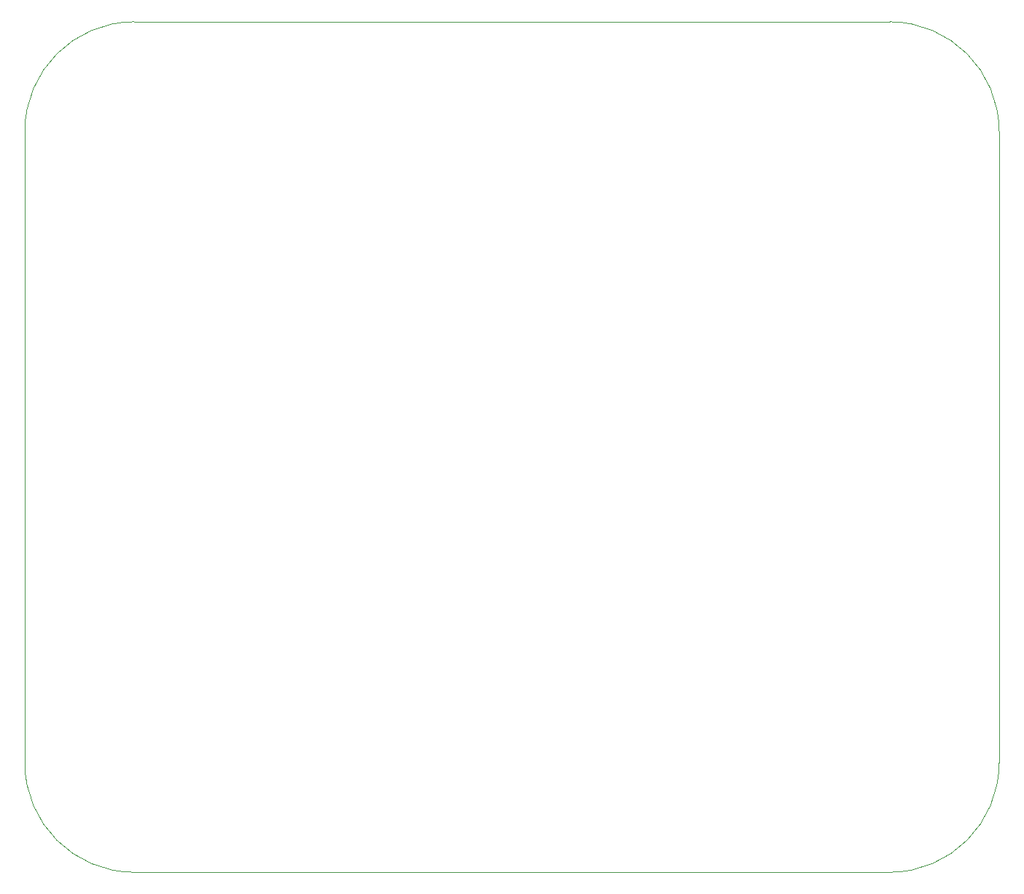
<source format=gm1>
G04 #@! TF.GenerationSoftware,KiCad,Pcbnew,(6.0.11)*
G04 #@! TF.CreationDate,2023-03-05T16:18:30-05:00*
G04 #@! TF.ProjectId,pre-thermal-throttle-pcb,7072652d-7468-4657-926d-616c2d746872,rev?*
G04 #@! TF.SameCoordinates,Original*
G04 #@! TF.FileFunction,Profile,NP*
%FSLAX46Y46*%
G04 Gerber Fmt 4.6, Leading zero omitted, Abs format (unit mm)*
G04 Created by KiCad (PCBNEW (6.0.11)) date 2023-03-05 16:18:30*
%MOMM*%
%LPD*%
G01*
G04 APERTURE LIST*
G04 #@! TA.AperFunction,Profile*
%ADD10C,0.100000*%
G04 #@! TD*
G04 APERTURE END LIST*
D10*
X233843744Y-139101744D02*
G75*
G03*
X246543744Y-126401744I-4J12700004D01*
G01*
X246543744Y-53049256D02*
X246543744Y-126401744D01*
X146140256Y-40349256D02*
X233843744Y-40349256D01*
X133440256Y-53049256D02*
X133440255Y-126401745D01*
X233843744Y-139101744D02*
X146140255Y-139101745D01*
X146140256Y-40349256D02*
G75*
G03*
X133440256Y-53049256I4J-12700004D01*
G01*
X133440255Y-126401745D02*
G75*
G03*
X146140255Y-139101745I12700005J5D01*
G01*
X246543744Y-53049256D02*
G75*
G03*
X233843744Y-40349256I-12700044J-44D01*
G01*
M02*

</source>
